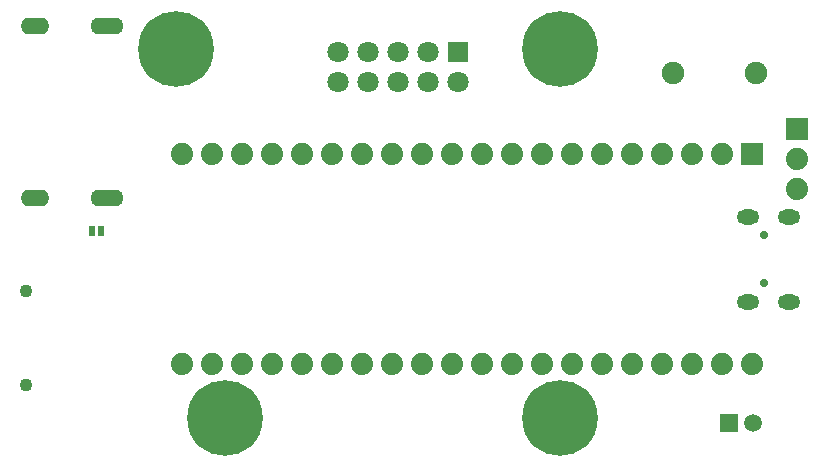
<source format=gbr>
G04 #@! TF.GenerationSoftware,KiCad,Pcbnew,5.1.0-rc2-unknown-036be7d~80~ubuntu16.04.1*
G04 #@! TF.CreationDate,2023-11-01T16:14:12+02:00*
G04 #@! TF.ProjectId,RP2040-PICO-PC_rev_D,52503230-3430-42d5-9049-434f2d50435f,D*
G04 #@! TF.SameCoordinates,Original*
G04 #@! TF.FileFunction,Soldermask,Bot*
G04 #@! TF.FilePolarity,Negative*
%FSLAX46Y46*%
G04 Gerber Fmt 4.6, Leading zero omitted, Abs format (unit mm)*
G04 Created by KiCad (PCBNEW 5.1.0-rc2-unknown-036be7d~80~ubuntu16.04.1) date 2023-11-01 16:14:12*
%MOMM*%
%LPD*%
G04 APERTURE LIST*
%ADD10C,1.901600*%
%ADD11C,1.101600*%
%ADD12C,1.801600*%
%ADD13R,1.801600X1.801600*%
%ADD14C,1.879600*%
%ADD15R,1.879600X1.879600*%
%ADD16R,0.609600X0.863600*%
%ADD17C,1.301600*%
%ADD18C,6.401600*%
%ADD19C,1.501600*%
%ADD20R,1.501600X1.501600*%
%ADD21O,2.801600X1.401600*%
%ADD22O,2.401600X1.401600*%
%ADD23C,0.701600*%
%ADD24O,1.901600X1.301600*%
G04 APERTURE END LIST*
D10*
X177483000Y-106680000D03*
X184483000Y-106680000D03*
D11*
X122732800Y-133096000D03*
X122732800Y-125095000D03*
D12*
X149098000Y-107442000D03*
X149098000Y-104902000D03*
X151638000Y-107442000D03*
X151638000Y-104902000D03*
X154178000Y-107442000D03*
X154178000Y-104902000D03*
X156718000Y-107442000D03*
X156718000Y-104902000D03*
X159258000Y-107442000D03*
D13*
X159258000Y-104902000D03*
D14*
X187960000Y-116459000D03*
X187960000Y-113919000D03*
D15*
X187960000Y-111379000D03*
D16*
X128270000Y-120015000D03*
X129032000Y-120015000D03*
D17*
X165481000Y-104648000D03*
X170307000Y-104648000D03*
X169545000Y-106299000D03*
X166243000Y-106426000D03*
X169545000Y-102997000D03*
X166243000Y-102997000D03*
X167894000Y-107061000D03*
X167894000Y-102235000D03*
D18*
X167894000Y-104648000D03*
D19*
X184261760Y-136288780D03*
D20*
X182232300Y-136291320D03*
D17*
X132969000Y-104648000D03*
X137795000Y-104648000D03*
X137033000Y-106299000D03*
X133731000Y-106426000D03*
X137033000Y-102997000D03*
X133731000Y-102997000D03*
X135382000Y-107061000D03*
X135382000Y-102235000D03*
D18*
X135382000Y-104648000D03*
D17*
X137160000Y-135890000D03*
X141986000Y-135890000D03*
X141224000Y-137541000D03*
X137922000Y-137668000D03*
X141224000Y-134239000D03*
X137922000Y-134239000D03*
X139573000Y-138303000D03*
X139573000Y-133477000D03*
D18*
X139573000Y-135890000D03*
D17*
X165481000Y-135890000D03*
X170307000Y-135890000D03*
X169545000Y-137541000D03*
X166243000Y-137668000D03*
X169545000Y-134239000D03*
X166243000Y-134239000D03*
X167894000Y-138303000D03*
X167894000Y-133477000D03*
D18*
X167894000Y-135890000D03*
D14*
X173990000Y-131318000D03*
X179070000Y-131318000D03*
X143510000Y-131318000D03*
X158750000Y-131318000D03*
X158750000Y-113538000D03*
X143510000Y-113538000D03*
X156210000Y-131318000D03*
X179070000Y-113538000D03*
X146050000Y-113538000D03*
X171450000Y-113538000D03*
X176530000Y-113538000D03*
X184150000Y-131318000D03*
X151130000Y-113538000D03*
X135890000Y-113538000D03*
X171450000Y-131318000D03*
X173990000Y-113538000D03*
X153670000Y-113538000D03*
X140970000Y-113538000D03*
X138430000Y-113538000D03*
X163830000Y-131318000D03*
X138430000Y-131318000D03*
X176530000Y-131318000D03*
X151130000Y-131318000D03*
X146050000Y-131318000D03*
X148590000Y-131318000D03*
X140970000Y-131318000D03*
D15*
X184150000Y-113538000D03*
D14*
X181610000Y-113538000D03*
X168910000Y-113538000D03*
X156210000Y-113538000D03*
X135890000Y-131318000D03*
X153670000Y-131318000D03*
X148590000Y-113538000D03*
X181610000Y-131318000D03*
X161290000Y-131318000D03*
X161290000Y-113538000D03*
X163830000Y-113538000D03*
X166370000Y-131318000D03*
X166370000Y-113538000D03*
X168910000Y-131318000D03*
D21*
X129568000Y-102682000D03*
X129568000Y-117282000D03*
D22*
X123518000Y-117282000D03*
X123518000Y-102682000D03*
D23*
X185171000Y-124428000D03*
X185171000Y-120428000D03*
D24*
X187321000Y-126028000D03*
X183851000Y-126028000D03*
X183851000Y-118828000D03*
X187321000Y-118828000D03*
M02*

</source>
